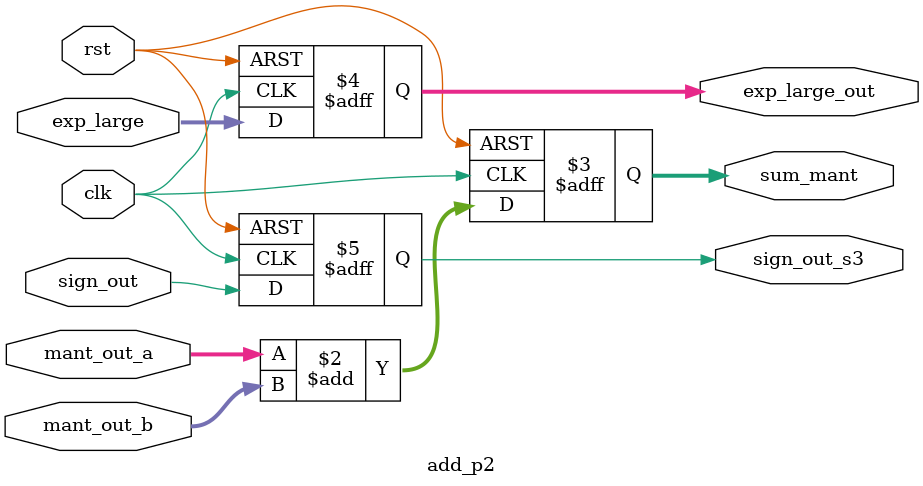
<source format=v>
module add_p2(input clk,rst,
              input [23:0] mant_out_a,mant_out_b,
              input [7:0] exp_large,
              input sign_out,
              output reg [23:0] sum_mant,
              output reg [7:0] exp_large_out,
              output reg sign_out_s3);
              
 
 
always@(posedge clk or posedge rst) begin
  if(rst) begin
   sum_mant<=24'd0;
   exp_large_out<=8'd0;
   sign_out_s3<=1'b0;
  end
  
  else begin
   sum_mant<=mant_out_a+mant_out_b;
   exp_large_out<=exp_large;
   sign_out_s3<=sign_out;
  
  end
 
 
 
end    




endmodule          
    
</source>
